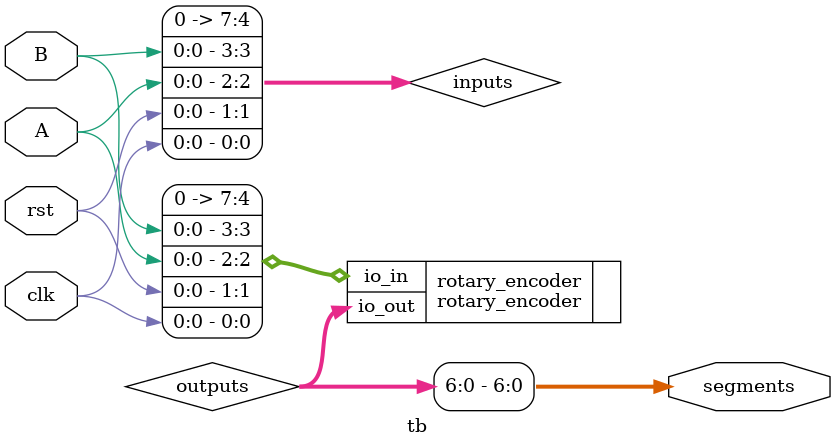
<source format=v>
`default_nettype none
`timescale 1ns/1ps

/*
this testbench just instantiates the module and makes some convenient wires
that can be driven / tested by the cocotb test.py
*/

module tb (
    // testbench is controlled by test.py
    input clk,
    input rst,
    input A,
    input B,
    output [6:0] segments
   );

    // this part dumps the trace to a vcd file that can be viewed with GTKWave
    initial begin
        $dumpfile ("tb.vcd");
        $dumpvars (0, tb);
        #1;
    end

    // wire up the inputs and outputs
    wire [7:0] inputs = {4'b0, B, A, rst, clk};
    wire [7:0] outputs;
    assign segments = outputs[6:0];

    // instantiate the DUT
    rotary_encoder rotary_encoder(
        .io_in  (inputs),
        .io_out (outputs)
        );

endmodule

</source>
